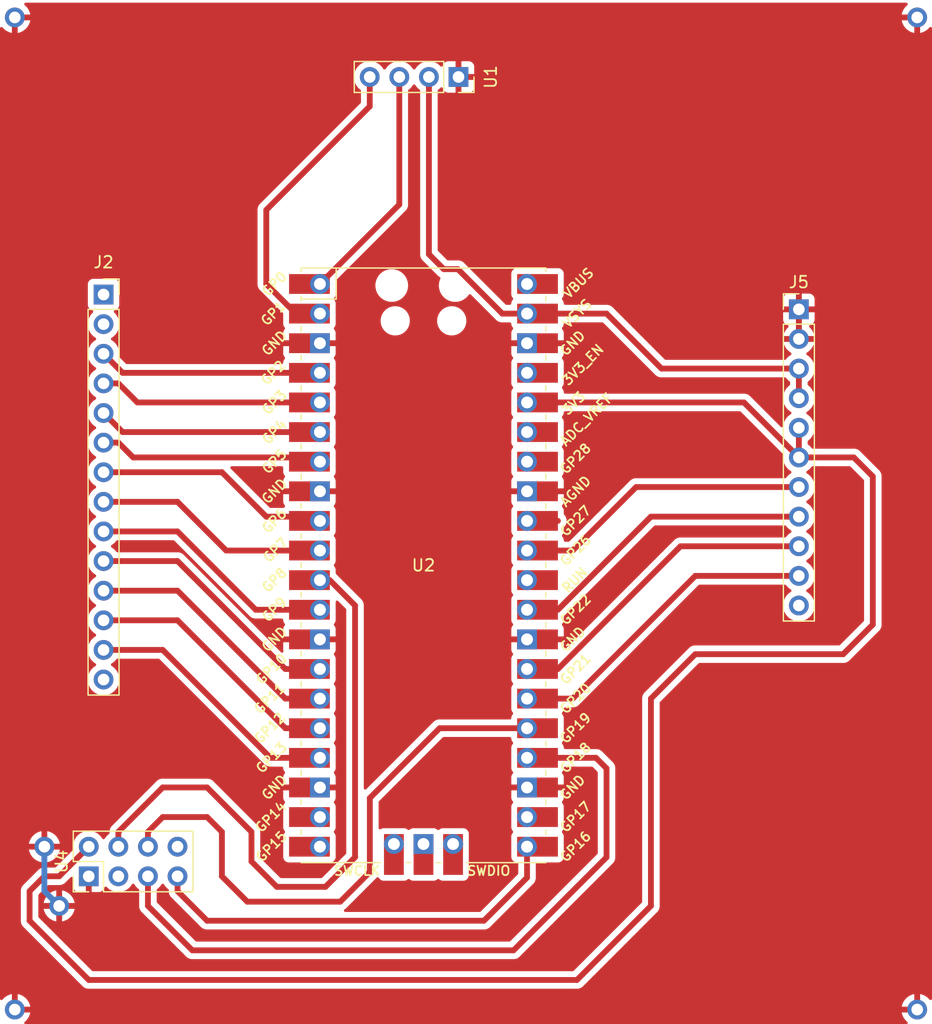
<source format=kicad_pcb>
(kicad_pcb (version 20221018) (generator pcbnew)
  (layers (0 "F.Cu" signal) (31 "B.Cu" signal) (34 "B.Paste" user) (35 "F.Paste" user) (36 "B.SilkS" user "B.Silkscreen") (37 "F.SilkS" user "F.Silkscreen") (38 "B.Mask" user) (39 "F.Mask" user) (44 "Edge.Cuts" user))
  (net 0 "")
  (net 1 "GND")
  (net 8 "/3.3V")
  (net 9 "/Rasberry Pico/VBUS")
  (net 10 "/SDA")
  (net 11 "/vcc")
  (net 12 "/GPIO2")
  (net 13 "/GPIO3")
  (net 14 "/GPIO4")
  (net 15 "/GPIO5")
  (net 16 "/GPIO9")
  (net 17 "/GPIO7")
  (net 18 "/GPIO6")
  (net 19 "/GPIO10")
  (net 20 "/GPIO11")
  (net 21 "/GPIO12")
  (net 22 "/GPIO13")
  (net 23 "/GPIO14")
  (net 24 "/GPIO15")
  (net 25 "/GPIO17")
  (net 26 "/GPIO20")
  (net 27 "/GPIO21")
  (net 28 "/GPIO22")
  (net 29 "/GPIO26")
  (net 30 "/DHT11")
  (net 31 "/PIR")
  (net 32 "/NSS")
  (net 33 "/MISO")
  (net 34 "/SCK")
  (net 35 "/MOSI")
  (net 36 "/Pines Extra/16")
  (net 37 "/Pines Extra/14")
  (net 38 "/SCL")
  (net 39 "/Modulo RX/RST")
  (net 40 "/Modulo RX/DIO0")
  (net 41 "/Pines Extra/1")
  (net 42 "/Pines Extra/2")
  (footprint "" (layer "F.Cu") (at 111.76 26.67)
    (fp_text reference "" (at 0 0) (layer "F.SilkS") (effects (font (size 1.27 1.27))))
    (fp_text value "" (at 0 0) (layer "F.SilkS") (effects (font (size 1.27 1.27))))
    (pad "6" thru_hole oval (at 0 0) (size 1.7 1.7) (drill 1) (layers "*.Cu" "*.Mask") (net 1 "GND"))
  )
  (footprint "" (layer "F.Cu") (at 36.83 97.79)
    (fp_text reference "" (at 0 0) (layer "F.SilkS") (effects (font (size 1.27 1.27))))
    (fp_text value "" (at 0 0) (layer "F.SilkS") (effects (font (size 1.27 1.27))))
    (pad "6" thru_hole oval (at 0 0) (size 1.7 1.7) (drill 1) (layers "*.Cu" "*.Mask") (net 1 "GND"))
  )
  (footprint "MCU_RaspberryPi_and_Boards:RPi_Pico_SMD_TH" (layer "F.Cu") (at 69.375 73.66)
    (fp_text reference "U2" (at 0 0) (layer "F.SilkS"))
    (fp_text value "Pico")
    (fp_text user "GP18" (at 13.054 16.51 45) (layer "F.SilkS") (effects (font (size 0.8 0.8))))
    (fp_text user "GP11" (at -13.2 11.43 45) (layer "F.SilkS") (effects (font (size 0.8 0.8))))
    (fp_text user "AGND" (at 13.054 -6.35 45) (layer "F.SilkS") (effects (font (size 0.8 0.8))))
    (fp_text user "GND" (at 12.8 19.05 45) (layer "F.SilkS") (effects (font (size 0.8 0.8))))
    (fp_text user "GP6" (at -12.8 -3.81 45) (layer "F.SilkS") (effects (font (size 0.8 0.8))))
    (fp_text user "GP20" (at 13.054 11.43 45) (layer "F.SilkS") (effects (font (size 0.8 0.8))))
    (fp_text user "VBUS" (at 13.3 -24.2 45) (layer "F.SilkS") (effects (font (size 0.8 0.8))))
    (fp_text user "GP21" (at 13.054 8.9 45) (layer "F.SilkS") (effects (font (size 0.8 0.8))))
    (fp_text user "GP7" (at -12.7 -1.3 45) (layer "F.SilkS") (effects (font (size 0.8 0.8))))
    (fp_text user "GP0" (at -12.8 -24.13 45) (layer "F.SilkS") (effects (font (size 0.8 0.8))))
    (fp_text user "GND" (at -12.8 6.35 45) (layer "F.SilkS") (effects (font (size 0.8 0.8))))
    (fp_text user "GP2" (at -12.9 -16.51 45) (layer "F.SilkS") (effects (font (size 0.8 0.8))))
    (fp_text user "GND" (at -12.8 -19.05 45) (layer "F.SilkS") (effects (font (size 0.8 0.8))))
    (fp_text user "GP13" (at -13.054 16.51 45) (layer "F.SilkS") (effects (font (size 0.8 0.8))))
    (fp_text user "GP1" (at -12.9 -21.6 45) (layer "F.SilkS") (effects (font (size 0.8 0.8))))
    (fp_text user "SWDIO" (at 5.6 26.2) (layer "F.SilkS") (effects (font (size 0.8 0.8))))
    (fp_text user "GP27" (at 13.054 -3.8 45) (layer "F.SilkS") (effects (font (size 0.8 0.8))))
    (fp_text user "GND" (at 12.8 6.35 45) (layer "F.SilkS") (effects (font (size 0.8 0.8))))
    (fp_text user "GP3" (at -12.8 -13.97 45) (layer "F.SilkS") (effects (font (size 0.8 0.8))))
    (fp_text user "GP19" (at 13.054 13.97 45) (layer "F.SilkS") (effects (font (size 0.8 0.8))))
    (fp_text user "GP28" (at 13.054 -9.144 45) (layer "F.SilkS") (effects (font (size 0.8 0.8))))
    (fp_text user "RUN" (at 13 1.27 45) (layer "F.SilkS") (effects (font (size 0.8 0.8))))
    (fp_text user "SWCLK" (at -5.7 26.2) (layer "F.SilkS") (effects (font (size 0.8 0.8))))
    (fp_text user "3V3_EN" (at 13.7 -17.2 45) (layer "F.SilkS") (effects (font (size 0.8 0.8))))
    (fp_text user "GP9" (at -12.8 3.81 45) (layer "F.SilkS") (effects (font (size 0.8 0.8))))
    (fp_text user "GP22" (at 13.054 3.81 45) (layer "F.SilkS") (effects (font (size 0.8 0.8))))
    (fp_text user "3V3" (at 12.9 -13.9 45) (layer "F.SilkS") (effects (font (size 0.8 0.8))))
    (fp_text user "GP16" (at 13.054 24.13 45) (layer "F.SilkS") (effects (font (size 0.8 0.8))))
    (fp_text user "GP8" (at -12.8 1.27 45) (layer "F.SilkS") (effects (font (size 0.8 0.8))))
    (fp_text user "VSYS" (at 13.2 -21.59 45) (layer "F.SilkS") (effects (font (size 0.8 0.8))))
    (fp_text user "GP15" (at -13.054 24.13 45) (layer "F.SilkS") (effects (font (size 0.8 0.8))))
    (fp_text user "GND" (at -12.8 19.05 45) (layer "F.SilkS") (effects (font (size 0.8 0.8))))
    (fp_text user "GP10" (at -13.054 8.89 45) (layer "F.SilkS") (effects (font (size 0.8 0.8))))
    (fp_text user "GND" (at 12.8 -19.05 45) (layer "F.SilkS") (effects (font (size 0.8 0.8))))
    (fp_text user "GP14" (at -13.1 21.59 45) (layer "F.SilkS") (effects (font (size 0.8 0.8))))
    (fp_text user "GP5" (at -12.8 -8.89 45) (layer "F.SilkS") (effects (font (size 0.8 0.8))))
    (fp_text user "GP12" (at -13.2 13.97 45) (layer "F.SilkS") (effects (font (size 0.8 0.8))))
    (fp_text user "ADC_VREF" (at 14 -12.5 45) (layer "F.SilkS") (effects (font (size 0.8 0.8))))
    (fp_text user "GND" (at -12.8 -6.35 45) (layer "F.SilkS") (effects (font (size 0.8 0.8))))
    (fp_text user "GP17" (at 13.054 21.59 45) (layer "F.SilkS") (effects (font (size 0.8 0.8))))
    (fp_text user "GP26" (at 13.054 -1.27 45) (layer "F.SilkS") (effects (font (size 0.8 0.8))))
    (fp_text user "GP4" (at -12.8 -11.43 45) (layer "F.SilkS") (effects (font (size 0.8 0.8))))
    (fp_line (start -10.5 -25.5) (end -10.5 -25.2) (stroke (width 0.12)) (layer "F.SilkS"))
    (fp_line (start -10.5 -25.5) (end 10.5 -25.5) (stroke (width 0.12)) (layer "F.SilkS"))
    (fp_line (start -10.5 -23.1) (end -10.5 -22.7) (stroke (width 0.12)) (layer "F.SilkS"))
    (fp_line (start -10.5 -22.833) (end -7.493 -22.833) (stroke (width 0.12)) (layer "F.SilkS"))
    (fp_line (start -10.5 -20.5) (end -10.5 -20.1) (stroke (width 0.12)) (layer "F.SilkS"))
    (fp_line (start -10.5 -18) (end -10.5 -17.6) (stroke (width 0.12)) (layer "F.SilkS"))
    (fp_line (start -10.5 -15.4) (end -10.5 -15) (stroke (width 0.12)) (layer "F.SilkS"))
    (fp_line (start -10.5 -12.9) (end -10.5 -12.5) (stroke (width 0.12)) (layer "F.SilkS"))
    (fp_line (start -10.5 -10.4) (end -10.5 -10) (stroke (width 0.12)) (layer "F.SilkS"))
    (fp_line (start -10.5 -7.8) (end -10.5 -7.4) (stroke (width 0.12)) (layer "F.SilkS"))
    (fp_line (start -10.5 -5.3) (end -10.5 -4.9) (stroke (width 0.12)) (layer "F.SilkS"))
    (fp_line (start -10.5 -2.7) (end -10.5 -2.3) (stroke (width 0.12)) (layer "F.SilkS"))
    (fp_line (start -10.5 -0.2) (end -10.5 0.2) (stroke (width 0.12)) (layer "F.SilkS"))
    (fp_line (start -10.5 2.3) (end -10.5 2.7) (stroke (width 0.12)) (layer "F.SilkS"))
    (fp_line (start -10.5 4.9) (end -10.5 5.3) (stroke (width 0.12)) (layer "F.SilkS"))
    (fp_line (start -10.5 7.4) (end -10.5 7.8) (stroke (width 0.12)) (layer "F.SilkS"))
    (fp_line (start -10.5 10) (end -10.5 10.4) (stroke (width 0.12)) (layer "F.SilkS"))
    (fp_line (start -10.5 12.5) (end -10.5 12.9) (stroke (width 0.12)) (layer "F.SilkS"))
    (fp_line (start -10.5 15.1) (end -10.5 15.5) (stroke (width 0.12)) (layer "F.SilkS"))
    (fp_line (start -10.5 17.6) (end -10.5 18) (stroke (width 0.12)) (layer "F.SilkS"))
    (fp_line (start -10.5 20.1) (end -10.5 20.5) (stroke (width 0.12)) (layer "F.SilkS"))
    (fp_line (start -10.5 22.7) (end -10.5 23.1) (stroke (width 0.12)) (layer "F.SilkS"))
    (fp_line (start -7.493 -22.833) (end -7.493 -25.5) (stroke (width 0.12)) (layer "F.SilkS"))
    (fp_line (start -3.7 25.5) (end -10.5 25.5) (stroke (width 0.12)) (layer "F.SilkS"))
    (fp_line (start -1.5 25.5) (end -1.1 25.5) (stroke (width 0.12)) (layer "F.SilkS"))
    (fp_line (start 1.1 25.5) (end 1.5 25.5) (stroke (width 0.12)) (layer "F.SilkS"))
    (fp_line (start 10.5 -25.5) (end 10.5 -25.2) (stroke (width 0.12)) (layer "F.SilkS"))
    (fp_line (start 10.5 -23.1) (end 10.5 -22.7) (stroke (width 0.12)) (layer "F.SilkS"))
    (fp_line (start 10.5 -20.5) (end 10.5 -20.1) (stroke (width 0.12)) (layer "F.SilkS"))
    (fp_line (start 10.5 -18) (end 10.5 -17.6) (stroke (width 0.12)) (layer "F.SilkS"))
    (fp_line (start 10.5 -15.4) (end 10.5 -15) (stroke (width 0.12)) (layer "F.SilkS"))
    (fp_line (start 10.5 -12.9) (end 10.5 -12.5) (stroke (width 0.12)) (layer "F.SilkS"))
    (fp_line (start 10.5 -10.4) (end 10.5 -10) (stroke (width 0.12)) (layer "F.SilkS"))
    (fp_line (start 10.5 -7.8) (end 10.5 -7.4) (stroke (width 0.12)) (layer "F.SilkS"))
    (fp_line (start 10.5 -5.3) (end 10.5 -4.9) (stroke (width 0.12)) (layer "F.SilkS"))
    (fp_line (start 10.5 -2.7) (end 10.5 -2.3) (stroke (width 0.12)) (layer "F.SilkS"))
    (fp_line (start 10.5 -0.2) (end 10.5 0.2) (stroke (width 0.12)) (layer "F.SilkS"))
    (fp_line (start 10.5 2.3) (end 10.5 2.7) (stroke (width 0.12)) (layer "F.SilkS"))
    (fp_line (start 10.5 4.9) (end 10.5 5.3) (stroke (width 0.12)) (layer "F.SilkS"))
    (fp_line (start 10.5 7.4) (end 10.5 7.8) (stroke (width 0.12)) (layer "F.SilkS"))
    (fp_line (start 10.5 10) (end 10.5 10.4) (stroke (width 0.12)) (layer "F.SilkS"))
    (fp_line (start 10.5 12.5) (end 10.5 12.9) (stroke (width 0.12)) (layer "F.SilkS"))
    (fp_line (start 10.5 15.1) (end 10.5 15.5) (stroke (width 0.12)) (layer "F.SilkS"))
    (fp_line (start 10.5 17.6) (end 10.5 18) (stroke (width 0.12)) (layer "F.SilkS"))
    (fp_line (start 10.5 20.1) (end 10.5 20.5) (stroke (width 0.12)) (layer "F.SilkS"))
    (fp_line (start 10.5 22.7) (end 10.5 23.1) (stroke (width 0.12)) (layer "F.SilkS"))
    (fp_line (start 10.5 25.5) (end 3.7 25.5) (stroke (width 0.12)) (layer "F.SilkS"))
    (pad "" np_thru_hole oval (at -2.725 -24) (size 1.8 1.8) (drill 1.8) (layers "*.Cu" "*.Mask"))
    (pad "" np_thru_hole oval (at -2.425 -20.97) (size 1.5 1.5) (drill 1.5) (layers "*.Cu" "*.Mask"))
    (pad "" np_thru_hole oval (at 2.425 -20.97) (size 1.5 1.5) (drill 1.5) (layers "*.Cu" "*.Mask"))
    (pad "" np_thru_hole oval (at 2.725 -24) (size 1.8 1.8) (drill 1.8) (layers "*.Cu" "*.Mask"))
    (pad "1" thru_hole oval (at -8.89 -24.13) (size 1.7 1.7) (drill 1.02) (layers "*.Cu" "*.Mask") (net 10 "/SDA"))
    (pad "1" smd rect (at -8.89 -24.13) (size 3.5 1.7) (drill (offset -0.9 0)) (layers "F.Cu" "F.Mask") (net 10 "/SDA"))
    (pad "2" thru_hole oval (at -8.89 -21.59) (size 1.7 1.7) (drill 1.02) (layers "*.Cu" "*.Mask") (net 38 "/SCL"))
    (pad "2" smd rect (at -8.89 -21.59) (size 3.5 1.7) (drill (offset -0.9 0)) (layers "F.Cu" "F.Mask") (net 38 "/SCL"))
    (pad "3" thru_hole rect (at -8.89 -19.05) (size 1.7 1.7) (drill 1.02) (layers "*.Cu" "*.Mask") (net 1 "GND"))
    (pad "3" smd rect (at -8.89 -19.05) (size 3.5 1.7) (drill (offset -0.9 0)) (layers "F.Cu" "F.Mask") (net 1 "GND"))
    (pad "4" thru_hole oval (at -8.89 -16.51) (size 1.7 1.7) (drill 1.02) (layers "*.Cu" "*.Mask") (net 12 "/GPIO2"))
    (pad "4" smd rect (at -8.89 -16.51) (size 3.5 1.7) (drill (offset -0.9 0)) (layers "F.Cu" "F.Mask") (net 12 "/GPIO2"))
    (pad "5" thru_hole oval (at -8.89 -13.97) (size 1.7 1.7) (drill 1.02) (layers "*.Cu" "*.Mask") (net 13 "/GPIO3"))
    (pad "5" smd rect (at -8.89 -13.97) (size 3.5 1.7) (drill (offset -0.9 0)) (layers "F.Cu" "F.Mask") (net 13 "/GPIO3"))
    (pad "6" thru_hole oval (at -8.89 -11.43) (size 1.7 1.7) (drill 1.02) (layers "*.Cu" "*.Mask") (net 14 "/GPIO4"))
    (pad "6" smd rect (at -8.89 -11.43) (size 3.5 1.7) (drill (offset -0.9 0)) (layers "F.Cu" "F.Mask") (net 14 "/GPIO4"))
    (pad "7" thru_hole oval (at -8.89 -8.89) (size 1.7 1.7) (drill 1.02) (layers "*.Cu" "*.Mask") (net 15 "/GPIO5"))
    (pad "7" smd rect (at -8.89 -8.89) (size 3.5 1.7) (drill (offset -0.9 0)) (layers "F.Cu" "F.Mask") (net 15 "/GPIO5"))
    (pad "8" thru_hole rect (at -8.89 -6.35) (size 1.7 1.7) (drill 1.02) (layers "*.Cu" "*.Mask") (net 1 "GND"))
    (pad "8" smd rect (at -8.89 -6.35) (size 3.5 1.7) (drill (offset -0.9 0)) (layers "F.Cu" "F.Mask") (net 1 "GND"))
    (pad "9" thru_hole oval (at -8.89 -3.81) (size 1.7 1.7) (drill 1.02) (layers "*.Cu" "*.Mask") (net 18 "/GPIO6"))
    (pad "9" smd rect (at -8.89 -3.81) (size 3.5 1.7) (drill (offset -0.9 0)) (layers "F.Cu" "F.Mask") (net 18 "/GPIO6"))
    (pad "10" thru_hole oval (at -8.89 -1.27) (size 1.7 1.7) (drill 1.02) (layers "*.Cu" "*.Mask") (net 17 "/GPIO7"))
    (pad "10" smd rect (at -8.89 -1.27) (size 3.5 1.7) (drill (offset -0.9 0)) (layers "F.Cu" "F.Mask") (net 17 "/GPIO7"))
    (pad "11" thru_hole oval (at -8.89 1.27) (size 1.7 1.7) (drill 1.02) (layers "*.Cu" "*.Mask") (net 32 "/NSS"))
    (pad "11" smd rect (at -8.89 1.27) (size 3.5 1.7) (drill (offset -0.9 0)) (layers "F.Cu" "F.Mask") (net 32 "/NSS"))
    (pad "12" thru_hole oval (at -8.89 3.81) (size 1.7 1.7) (drill 1.02) (layers "*.Cu" "*.Mask") (net 16 "/GPIO9"))
    (pad "12" smd rect (at -8.89 3.81) (size 3.5 1.7) (drill (offset -0.9 0)) (layers "F.Cu" "F.Mask") (net 16 "/GPIO9"))
    (pad "13" thru_hole rect (at -8.89 6.35) (size 1.7 1.7) (drill 1.02) (layers "*.Cu" "*.Mask") (net 1 "GND"))
    (pad "13" smd rect (at -8.89 6.35) (size 3.5 1.7) (drill (offset -0.9 0)) (layers "F.Cu" "F.Mask") (net 1 "GND"))
    (pad "14" thru_hole oval (at -8.89 8.89) (size 1.7 1.7) (drill 1.02) (layers "*.Cu" "*.Mask") (net 19 "/GPIO10"))
    (pad "14" smd rect (at -8.89 8.89) (size 3.5 1.7) (drill (offset -0.9 0)) (layers "F.Cu" "F.Mask") (net 19 "/GPIO10"))
    (pad "15" thru_hole oval (at -8.89 11.43) (size 1.7 1.7) (drill 1.02) (layers "*.Cu" "*.Mask") (net 20 "/GPIO11"))
    (pad "15" smd rect (at -8.89 11.43) (size 3.5 1.7) (drill (offset -0.9 0)) (layers "F.Cu" "F.Mask") (net 20 "/GPIO11"))
    (pad "16" thru_hole oval (at -8.89 13.97) (size 1.7 1.7) (drill 1.02) (layers "*.Cu" "*.Mask") (net 21 "/GPIO12"))
    (pad "16" smd rect (at -8.89 13.97) (size 3.5 1.7) (drill (offset -0.9 0)) (layers "F.Cu" "F.Mask") (net 21 "/GPIO12"))
    (pad "17" thru_hole oval (at -8.89 16.51) (size 1.7 1.7) (drill 1.02) (layers "*.Cu" "*.Mask") (net 22 "/GPIO13"))
    (pad "17" smd rect (at -8.89 16.51) (size 3.5 1.7) (drill (offset -0.9 0)) (layers "F.Cu" "F.Mask") (net 22 "/GPIO13"))
    (pad "18" thru_hole rect (at -8.89 19.05) (size 1.7 1.7) (drill 1.02) (layers "*.Cu" "*.Mask") (net 1 "GND"))
    (pad "18" smd rect (at -8.89 19.05) (size 3.5 1.7) (drill (offset -0.9 0)) (layers "F.Cu" "F.Mask") (net 1 "GND"))
    (pad "19" thru_hole oval (at -8.89 21.59) (size 1.7 1.7) (drill 1.02) (layers "*.Cu" "*.Mask") (net 23 "/GPIO14"))
    (pad "19" smd rect (at -8.89 21.59) (size 3.5 1.7) (drill (offset -0.9 0)) (layers "F.Cu" "F.Mask") (net 23 "/GPIO14"))
    (pad "20" thru_hole oval (at -8.89 24.13) (size 1.7 1.7) (drill 1.02) (layers "*.Cu" "*.Mask") (net 24 "/GPIO15"))
    (pad "20" smd rect (at -8.89 24.13) (size 3.5 1.7) (drill (offset -0.9 0)) (layers "F.Cu" "F.Mask") (net 24 "/GPIO15"))
    (pad "21" thru_hole oval (at 8.89 24.13) (size 1.7 1.7) (drill 1.02) (layers "*.Cu" "*.Mask") (net 33 "/MISO"))
    (pad "21" smd rect (at 8.89 24.13) (size 3.5 1.7) (drill (offset 0.9 0)) (layers "F.Cu" "F.Mask") (net 33 "/MISO"))
    (pad "22" thru_hole oval (at 8.89 21.59) (size 1.7 1.7) (drill 1.02) (layers "*.Cu" "*.Mask") (net 25 "/GPIO17"))
    (pad "22" smd rect (at 8.89 21.59) (size 3.5 1.7) (drill (offset 0.9 0)) (layers "F.Cu" "F.Mask") (net 25 "/GPIO17"))
    (pad "23" thru_hole rect (at 8.89 19.05) (size 1.7 1.7) (drill 1.02) (layers "*.Cu" "*.Mask") (net 1 "GND"))
    (pad "23" smd rect (at 8.89 19.05) (size 3.5 1.7) (drill (offset 0.9 0)) (layers "F.Cu" "F.Mask") (net 1 "GND"))
    (pad "24" thru_hole oval (at 8.89 16.51) (size 1.7 1.7) (drill 1.02) (layers "*.Cu" "*.Mask") (net 34 "/SCK"))
    (pad "24" smd rect (at 8.89 16.51) (size 3.5 1.7) (drill (offset 0.9 0)) (layers "F.Cu" "F.Mask") (net 34 "/SCK"))
    (pad "25" thru_hole oval (at 8.89 13.97) (size 1.7 1.7) (drill 1.02) (layers "*.Cu" "*.Mask") (net 35 "/MOSI"))
    (pad "25" smd rect (at 8.89 13.97) (size 3.5 1.7) (drill (offset 0.9 0)) (layers "F.Cu" "F.Mask") (net 35 "/MOSI"))
    (pad "26" thru_hole oval (at 8.89 11.43) (size 1.7 1.7) (drill 1.02) (layers "*.Cu" "*.Mask") (net 26 "/GPIO20"))
    (pad "26" smd rect (at 8.89 11.43) (size 3.5 1.7) (drill (offset 0.9 0)) (layers "F.Cu" "F.Mask") (net 26 "/GPIO20"))
    (pad "27" thru_hole oval (at 8.89 8.89) (size 1.7 1.7) (drill 1.02) (layers "*.Cu" "*.Mask") (net 27 "/GPIO21"))
    (pad "27" smd rect (at 8.89 8.89) (size 3.5 1.7) (drill (offset 0.9 0)) (layers "F.Cu" "F.Mask") (net 27 "/GPIO21"))
    (pad "28" thru_hole rect (at 8.89 6.35) (size 1.7 1.7) (drill 1.02) (layers "*.Cu" "*.Mask") (net 1 "GND"))
    (pad "28" smd rect (at 8.89 6.35) (size 3.5 1.7) (drill (offset 0.9 0)) (layers "F.Cu" "F.Mask") (net 1 "GND"))
    (pad "29" thru_hole oval (at 8.89 3.81) (size 1.7 1.7) (drill 1.02) (layers "*.Cu" "*.Mask") (net 28 "/GPIO22"))
    (pad "29" smd rect (at 8.89 3.81) (size 3.5 1.7) (drill (offset 0.9 0)) (layers "F.Cu" "F.Mask") (net 28 "/GPIO22"))
    (pad "30" thru_hole oval (at 8.89 1.27) (size 1.7 1.7) (drill 1.02) (layers "*.Cu" "*.Mask"))
    (pad "30" smd rect (at 8.89 1.27) (size 3.5 1.7) (drill (offset 0.9 0)) (layers "F.Cu" "F.Mask"))
    (pad "31" thru_hole oval (at 8.89 -1.27) (size 1.7 1.7) (drill 1.02) (layers "*.Cu" "*.Mask") (net 29 "/GPIO26"))
    (pad "31" smd rect (at 8.89 -1.27) (size 3.5 1.7) (drill (offset 0.9 0)) (layers "F.Cu" "F.Mask") (net 29 "/GPIO26"))
    (pad "32" thru_hole oval (at 8.89 -3.81) (size 1.7 1.7) (drill 1.02) (layers "*.Cu" "*.Mask") (net 31 "/PIR"))
    (pad "32" smd rect (at 8.89 -3.81) (size 3.5 1.7) (drill (offset 0.9 0)) (layers "F.Cu" "F.Mask") (net 31 "/PIR"))
    (pad "33" thru_hole rect (at 8.89 -6.35) (size 1.7 1.7) (drill 1.02) (layers "*.Cu" "*.Mask") (net 1 "GND"))
    (pad "33" smd rect (at 8.89 -6.35) (size 3.5 1.7) (drill (offset 0.9 0)) (layers "F.Cu" "F.Mask") (net 1 "GND"))
    (pad "34" thru_hole oval (at 8.89 -8.89) (size 1.7 1.7) (drill 1.02) (layers "*.Cu" "*.Mask") (net 30 "/DHT11"))
    (pad "34" smd rect (at 8.89 -8.89) (size 3.5 1.7) (drill (offset 0.9 0)) (layers "F.Cu" "F.Mask") (net 30 "/DHT11"))
    (pad "35" thru_hole oval (at 8.89 -11.43) (size 1.7 1.7) (drill 1.02) (layers "*.Cu" "*.Mask"))
    (pad "35" smd rect (at 8.89 -11.43) (size 3.5 1.7) (drill (offset 0.9 0)) (layers "F.Cu" "F.Mask"))
    (pad "36" thru_hole oval (at 8.89 -13.97) (size 1.7 1.7) (drill 1.02) (layers "*.Cu" "*.Mask") (net 8 "/3.3V"))
    (pad "36" smd rect (at 8.89 -13.97) (size 3.5 1.7) (drill (offset 0.9 0)) (layers "F.Cu" "F.Mask") (net 8 "/3.3V"))
    (pad "37" thru_hole oval (at 8.89 -16.51) (size 1.7 1.7) (drill 1.02) (layers "*.Cu" "*.Mask"))
    (pad "37" smd rect (at 8.89 -16.51) (size 3.5 1.7) (drill (offset 0.9 0)) (layers "F.Cu" "F.Mask"))
    (pad "38" thru_hole rect (at 8.89 -19.05) (size 1.7 1.7) (drill 1.02) (layers "*.Cu" "*.Mask") (net 1 "GND"))
    (pad "38" smd rect (at 8.89 -19.05) (size 3.5 1.7) (drill (offset 0.9 0)) (layers "F.Cu" "F.Mask") (net 1 "GND"))
    (pad "39" thru_hole oval (at 8.89 -21.59) (size 1.7 1.7) (drill 1.02) (layers "*.Cu" "*.Mask") (net 11 "/vcc"))
    (pad "39" smd rect (at 8.89 -21.59) (size 3.5 1.7) (drill (offset 0.9 0)) (layers "F.Cu" "F.Mask") (net 11 "/vcc"))
    (pad "40" thru_hole oval (at 8.89 -24.13) (size 1.7 1.7) (drill 1.02) (layers "*.Cu" "*.Mask") (net 9 "/Rasberry Pico/VBUS"))
    (pad "40" smd rect (at 8.89 -24.13) (size 3.5 1.7) (drill (offset 0.9 0)) (layers "F.Cu" "F.Mask") (net 9 "/Rasberry Pico/VBUS"))
    (pad "41" thru_hole oval (at -2.54 23.9) (size 1.7 1.7) (drill 1.02) (layers "*.Cu" "*.Mask"))
    (pad "41" smd rect (at -2.54 23.9 90) (size 3.5 1.7) (drill (offset -0.9 0)) (layers "F.Cu" "F.Mask"))
    (pad "42" thru_hole rect (at 0 23.9) (size 1.7 1.7) (drill 1.02) (layers "*.Cu" "*.Mask"))
    (pad "42" smd rect (at 0 23.9 90) (size 3.5 1.7) (drill (offset -0.9 0)) (layers "F.Cu" "F.Mask"))
    (pad "43" thru_hole oval (at 2.54 23.9) (size 1.7 1.7) (drill 1.02) (layers "*.Cu" "*.Mask"))
    (pad "43" smd rect (at 2.54 23.9 90) (size 3.5 1.7) (drill (offset -0.9 0)) (layers "F.Cu" "F.Mask"))
  )
  (footprint "" (layer "F.Cu") (at 34.29 26.67)
    (fp_text reference "" (at 0 0) (layer "F.SilkS") (effects (font (size 1.27 1.27))))
    (fp_text value "" (at 0 0) (layer "F.SilkS") (effects (font (size 1.27 1.27))))
    (pad "6" thru_hole oval (at 0 0) (size 1.7 1.7) (drill 1) (layers "*.Cu" "*.Mask") (net 1 "GND"))
  )
  (footprint "" (layer "F.Cu") (at 38.1 102.87)
    (fp_text reference "" (at 0 0) (layer "F.SilkS") (effects (font (size 1.27 1.27))))
    (fp_text value "" (at 0 0) (layer "F.SilkS") (effects (font (size 1.27 1.27))))
    (pad "6" thru_hole oval (at 0 0) (size 1.7 1.7) (drill 1) (layers "*.Cu" "*.Mask") (net 1 "GND"))
  )
  (footprint "Connector_PinHeader_2.54mm:PinHeader_2x04_P2.54mm_Vertical" (layer "F.Cu") (at 40.64 100.33 90)
    (fp_text reference "U4" (at 1.27 -2.33 90) (layer "F.SilkS"))
    (fp_text value "RA-02_LORA_mod_V4.0")
    (fp_line (start -1.33 -1.33) (end 0 -1.33) (stroke (width 0.12)) (layer "F.SilkS"))
    (fp_line (start -1.33 0) (end -1.33 -1.33) (stroke (width 0.12)) (layer "F.SilkS"))
    (fp_line (start -1.33 1.27) (end -1.33 8.95) (stroke (width 0.12)) (layer "F.SilkS"))
    (fp_line (start -1.33 1.27) (end 1.27 1.27) (stroke (width 0.12)) (layer "F.SilkS"))
    (fp_line (start -1.33 8.95) (end 3.87 8.95) (stroke (width 0.12)) (layer "F.SilkS"))
    (fp_line (start 1.27 -1.33) (end 3.87 -1.33) (stroke (width 0.12)) (layer "F.SilkS"))
    (fp_line (start 1.27 1.27) (end 1.27 -1.33) (stroke (width 0.12)) (layer "F.SilkS"))
    (fp_line (start 3.87 -1.33) (end 3.87 8.95) (stroke (width 0.12)) (layer "F.SilkS"))
    (pad "1" thru_hole rect (at 0 0 90) (size 1.7 1.7) (drill 1) (layers "*.Cu" "*.Mask") (net 1 "GND"))
    (pad "2" thru_hole oval (at 2.54 0 90) (size 1.7 1.7) (drill 1) (layers "*.Cu" "*.Mask") (net 8 "/3.3V"))
    (pad "3" thru_hole oval (at 0 2.54 90) (size 1.7 1.7) (drill 1) (layers "*.Cu" "*.Mask") (net 39 "/Modulo RX/RST"))
    (pad "4" thru_hole oval (at 2.54 2.54 90) (size 1.7 1.7) (drill 1) (layers "*.Cu" "*.Mask") (net 32 "/NSS"))
    (pad "5" thru_hole oval (at 0 5.08 90) (size 1.7 1.7) (drill 1) (layers "*.Cu" "*.Mask") (net 34 "/SCK"))
    (pad "6" thru_hole oval (at 2.54 5.08 90) (size 1.7 1.7) (drill 1) (layers "*.Cu" "*.Mask") (net 35 "/MOSI"))
    (pad "7" thru_hole oval (at 0 7.62 90) (size 1.7 1.7) (drill 1) (layers "*.Cu" "*.Mask") (net 33 "/MISO"))
    (pad "8" thru_hole oval (at 2.54 7.62 90) (size 1.7 1.7) (drill 1) (layers "*.Cu" "*.Mask") (net 40 "/Modulo RX/DIO0"))
  )
  (footprint "Display_LCD_16X2_module:Conn_LCD_Driver_16X2_module" (layer "F.Cu") (at 72.38 31.775 -90)
    (fp_text reference "U1" (at 0 -2.77 90) (layer "F.SilkS"))
    (fp_text value "LCD-DRIVER-I2C")
    (fp_line (start -1.33 1.27) (end -1.33 8.95) (stroke (width 0.12)) (layer "F.SilkS"))
    (fp_line (start -1.33 1.27) (end 1.33 1.27) (stroke (width 0.12)) (layer "F.SilkS"))
    (fp_line (start -1.33 8.95) (end 1.33 8.95) (stroke (width 0.12)) (layer "F.SilkS"))
    (fp_line (start 0 -1.33) (end 1.33 -1.33) (stroke (width 0.12)) (layer "F.SilkS"))
    (fp_line (start 1.33 -1.33) (end 1.33 0) (stroke (width 0.12)) (layer "F.SilkS"))
    (fp_line (start 1.33 1.27) (end 1.33 8.95) (stroke (width 0.12)) (layer "F.SilkS"))
    (pad "1" thru_hole rect (at 0 0 270) (size 1.7 1.7) (drill 1) (layers "*.Cu" "*.Mask") (net 1 "GND"))
    (pad "2" thru_hole oval (at 0 2.54 270) (size 1.7 1.7) (drill 1) (layers "*.Cu" "*.Mask") (net 11 "/vcc"))
    (pad "3" thru_hole oval (at 0 5.08 270) (size 1.7 1.7) (drill 1) (layers "*.Cu" "*.Mask") (net 10 "/SDA"))
    (pad "4" thru_hole oval (at 0 7.62 270) (size 1.7 1.7) (drill 1) (layers "*.Cu" "*.Mask") (net 38 "/SCL"))
  )
  (footprint "Connector_PinSocket_2.54mm:PinSocket_1x14_P2.54mm_Vertical" (layer "F.Cu") (at 41.91 50.435)
    (fp_text reference "J2" (at 0 -2.77) (layer "F.SilkS"))
    (fp_text value "Conn_01x15")
    (fp_line (start -1.33 1.27) (end -1.33 34.35) (stroke (width 0.12)) (layer "F.SilkS"))
    (fp_line (start -1.33 1.27) (end 1.33 1.27) (stroke (width 0.12)) (layer "F.SilkS"))
    (fp_line (start -1.33 34.35) (end 1.33 34.35) (stroke (width 0.12)) (layer "F.SilkS"))
    (fp_line (start 0 -1.33) (end 1.33 -1.33) (stroke (width 0.12)) (layer "F.SilkS"))
    (fp_line (start 1.33 -1.33) (end 1.33 0) (stroke (width 0.12)) (layer "F.SilkS"))
    (fp_line (start 1.33 1.27) (end 1.33 34.35) (stroke (width 0.12)) (layer "F.SilkS"))
    (pad "1" thru_hole rect (at 0 0) (size 1.7 1.7) (drill 1) (layers "*.Cu" "*.Mask") (net 41 "/Pines Extra/1"))
    (pad "2" thru_hole oval (at 0 2.54) (size 1.7 1.7) (drill 1) (layers "*.Cu" "*.Mask") (net 42 "/Pines Extra/2"))
    (pad "3" thru_hole oval (at 0 5.08) (size 1.7 1.7) (drill 1) (layers "*.Cu" "*.Mask") (net 12 "/GPIO2"))
    (pad "4" thru_hole oval (at 0 7.62) (size 1.7 1.7) (drill 1) (layers "*.Cu" "*.Mask") (net 13 "/GPIO3"))
    (pad "5" thru_hole oval (at 0 10.16) (size 1.7 1.7) (drill 1) (layers "*.Cu" "*.Mask") (net 14 "/GPIO4"))
    (pad "6" thru_hole oval (at 0 12.7) (size 1.7 1.7) (drill 1) (layers "*.Cu" "*.Mask") (net 15 "/GPIO5"))
    (pad "7" thru_hole oval (at 0 15.24) (size 1.7 1.7) (drill 1) (layers "*.Cu" "*.Mask") (net 18 "/GPIO6"))
    (pad "8" thru_hole oval (at 0 17.78) (size 1.7 1.7) (drill 1) (layers "*.Cu" "*.Mask") (net 17 "/GPIO7"))
    (pad "9" thru_hole oval (at 0 20.32) (size 1.7 1.7) (drill 1) (layers "*.Cu" "*.Mask") (net 16 "/GPIO9"))
    (pad "10" thru_hole oval (at 0 22.86) (size 1.7 1.7) (drill 1) (layers "*.Cu" "*.Mask") (net 19 "/GPIO10"))
    (pad "11" thru_hole oval (at 0 25.4) (size 1.7 1.7) (drill 1) (layers "*.Cu" "*.Mask") (net 20 "/GPIO11"))
    (pad "12" thru_hole oval (at 0 27.94) (size 1.7 1.7) (drill 1) (layers "*.Cu" "*.Mask") (net 21 "/GPIO12"))
    (pad "13" thru_hole oval (at 0 30.48) (size 1.7 1.7) (drill 1) (layers "*.Cu" "*.Mask") (net 22 "/GPIO13"))
    (pad "14" thru_hole oval (at 0 33.02) (size 1.7 1.7) (drill 1) (layers "*.Cu" "*.Mask") (net 37 "/Pines Extra/14"))
  )
  (footprint "Connector_PinHeader_2.54mm:PinHeader_1x11_P2.54mm_Vertical" (layer "F.Cu") (at 101.6 51.705)
    (fp_text reference "J5" (at 0 -2.33) (layer "F.SilkS"))
    (fp_text value "Conn_01x11")
    (fp_line (start -1.33 -1.33) (end 0 -1.33) (stroke (width 0.12)) (layer "F.SilkS"))
    (fp_line (start -1.33 0) (end -1.33 -1.33) (stroke (width 0.12)) (layer "F.SilkS"))
    (fp_line (start -1.33 1.27) (end -1.33 26.73) (stroke (width 0.12)) (layer "F.SilkS"))
    (fp_line (start -1.33 1.27) (end 1.33 1.27) (stroke (width 0.12)) (layer "F.SilkS"))
    (fp_line (start -1.33 26.73) (end 1.33 26.73) (stroke (width 0.12)) (layer "F.SilkS"))
    (fp_line (start 1.33 1.27) (end 1.33 26.73) (stroke (width 0.12)) (layer "F.SilkS"))
    (pad "1" thru_hole rect (at 0 0) (size 1.7 1.7) (drill 1) (layers "*.Cu" "*.Mask") (net 1 "GND"))
    (pad "2" thru_hole oval (at 0 2.54) (size 1.7 1.7) (drill 1) (layers "*.Cu" "*.Mask") (net 1 "GND"))
    (pad "3" thru_hole oval (at 0 5.08) (size 1.7 1.7) (drill 1) (layers "*.Cu" "*.Mask") (net 11 "/vcc"))
    (pad "4" thru_hole oval (at 0 7.62) (size 1.7 1.7) (drill 1) (layers "*.Cu" "*.Mask") (net 11 "/vcc"))
    (pad "5" thru_hole oval (at 0 10.16) (size 1.7 1.7) (drill 1) (layers "*.Cu" "*.Mask") (net 8 "/3.3V"))
    (pad "6" thru_hole oval (at 0 12.7) (size 1.7 1.7) (drill 1) (layers "*.Cu" "*.Mask") (net 8 "/3.3V"))
    (pad "7" thru_hole oval (at 0 15.24) (size 1.7 1.7) (drill 1) (layers "*.Cu" "*.Mask") (net 29 "/GPIO26"))
    (pad "8" thru_hole oval (at 0 17.78) (size 1.7 1.7) (drill 1) (layers "*.Cu" "*.Mask") (net 28 "/GPIO22"))
    (pad "9" thru_hole oval (at 0 20.32) (size 1.7 1.7) (drill 1) (layers "*.Cu" "*.Mask") (net 27 "/GPIO21"))
    (pad "10" thru_hole oval (at 0 22.86) (size 1.7 1.7) (drill 1) (layers "*.Cu" "*.Mask") (net 26 "/GPIO20"))
    (pad "11" thru_hole oval (at 0 25.4) (size 1.7 1.7) (drill 1) (layers "*.Cu" "*.Mask") (net 36 "/Pines Extra/16"))
  )
  (footprint "" (layer "F.Cu") (at 34.29 111.76)
    (fp_text reference "" (at 0 0) (layer "F.SilkS") (effects (font (size 1.27 1.27))))
    (fp_text value "" (at 0 0) (layer "F.SilkS") (effects (font (size 1.27 1.27))))
    (pad "6" thru_hole oval (at 0 0) (size 1.7 1.7) (drill 1) (layers "*.Cu" "*.Mask") (net 1 "GND"))
  )
  (footprint "" (layer "F.Cu") (at 111.76 111.76)
    (fp_text reference "" (at 0 0) (layer "F.SilkS") (effects (font (size 1.27 1.27))))
    (fp_text value "" (at 0 0) (layer "F.SilkS") (effects (font (size 1.27 1.27))))
    (pad "6" thru_hole oval (at 0 0) (size 1.7 1.7) (drill 1) (layers "*.Cu" "*.Mask") (net 1 "GND"))
  )
  (segment (start 101.6 51.705) (end 101.6 54.245) (width 0.5) (layer "F.Cu") (net 1))
  (segment (start 36.83 101.6) (end 38.1 102.87) (width 0.5) (layer "B.Cu") (net 1))
  (segment (start 36.83 97.79) (end 36.83 101.6) (width 0.5) (layer "B.Cu") (net 1))
  (segment (start 88.9 85.09) (end 92.71 81.28) (width 0.5) (layer "F.Cu") (net 8))
  (segment (start 101.6 61.865) (end 101.6 64.405) (width 0.5) (layer "F.Cu") (net 8))
  (segment (start 38.1 100.33) (end 36.83 100.33) (width 0.5) (layer "F.Cu") (net 8))
  (segment (start 40.64 97.79) (end 38.1 100.33) (width 0.5) (layer "F.Cu") (net 8))
  (segment (start 88.9 102.87) (end 88.9 85.09) (width 0.5) (layer "F.Cu") (net 8))
  (segment (start 96.885 59.69) (end 78.265 59.69) (width 0.5) (layer "F.Cu") (net 8))
  (segment (start 107.95 66.04) (end 107.95 78.74) (width 0.5) (layer "F.Cu") (net 8))
  (segment (start 35.56 104.14) (end 40.64 109.22) (width 0.5) (layer "F.Cu") (net 8))
  (segment (start 101.6 64.405) (end 96.885 59.69) (width 0.5) (layer "F.Cu") (net 8))
  (segment (start 40.64 109.22) (end 82.55 109.22) (width 0.5) (layer "F.Cu") (net 8))
  (segment (start 82.55 109.22) (end 88.9 102.87) (width 0.5) (layer "F.Cu") (net 8))
  (segment (start 106.315 64.405) (end 107.95 66.04) (width 0.5) (layer "F.Cu") (net 8))
  (segment (start 35.56 101.6) (end 35.56 104.14) (width 0.5) (layer "F.Cu") (net 8))
  (segment (start 105.41 81.28) (end 107.95 78.74) (width 0.5) (layer "F.Cu") (net 8))
  (segment (start 92.71 81.28) (end 105.41 81.28) (width 0.5) (layer "F.Cu") (net 8))
  (segment (start 36.83 100.33) (end 35.56 101.6) (width 0.5) (layer "F.Cu") (net 8))
  (segment (start 78.63 59.325) (end 78.265 59.69) (width 0.5) (layer "F.Cu") (net 8))
  (segment (start 101.6 64.405) (end 106.315 64.405) (width 0.5) (layer "F.Cu") (net 8))
  (segment (start 67.3 42.715) (end 60.485 49.53) (width 0.5) (layer "F.Cu") (net 10))
  (segment (start 67.3 31.775) (end 67.3 42.715) (width 0.5) (layer "F.Cu") (net 10))
  (segment (start 72.326346 48.26) (end 76.136346 52.07) (width 0.5) (layer "F.Cu") (net 11))
  (segment (start 85.09 52.07) (end 89.805 56.785) (width 0.5) (layer "F.Cu") (net 11))
  (segment (start 101.6 56.785) (end 101.6 59.325) (width 0.5) (layer "F.Cu") (net 11))
  (segment (start 76.136346 52.07) (end 78.265 52.07) (width 0.5) (layer "F.Cu") (net 11))
  (segment (start 71.12 48.26) (end 72.326346 48.26) (width 0.5) (layer "F.Cu") (net 11))
  (segment (start 69.84 46.98) (end 71.12 48.26) (width 0.5) (layer "F.Cu") (net 11))
  (segment (start 69.84 31.775) (end 69.84 46.98) (width 0.5) (layer "F.Cu") (net 11))
  (segment (start 101.235 59.69) (end 101.6 59.325) (width 0.5) (layer "F.Cu") (net 11))
  (segment (start 89.805 56.785) (end 101.6 56.785) (width 0.5) (layer "F.Cu") (net 11))
  (segment (start 78.265 52.07) (end 85.09 52.07) (width 0.5) (layer "F.Cu") (net 11))
  (segment (start 60.485 57.15) (end 43.545 57.15) (width 0.5) (layer "F.Cu") (net 12))
  (segment (start 43.545 57.15) (end 41.91 55.515) (width 0.5) (layer "F.Cu") (net 12))
  (segment (start 43.18 58.055) (end 44.815 59.69) (width 0.5) (layer "F.Cu") (net 13))
  (segment (start 41.91 58.055) (end 43.18 58.055) (width 0.5) (layer "F.Cu") (net 13))
  (segment (start 44.815 59.69) (end 60.485 59.69) (width 0.5) (layer "F.Cu") (net 13))
  (segment (start 43.545 62.23) (end 41.91 60.595) (width 0.5) (layer "F.Cu") (net 14))
  (segment (start 60.485 62.23) (end 43.545 62.23) (width 0.5) (layer "F.Cu") (net 14))
  (segment (start 60.12 64.405) (end 60.485 64.77) (width 0.5) (layer "F.Cu") (net 15))
  (segment (start 41.91 63.135) (end 43.18 63.135) (width 0.5) (layer "F.Cu") (net 15))
  (segment (start 43.18 63.135) (end 44.45 64.405) (width 0.5) (layer "F.Cu") (net 15))
  (segment (start 44.45 64.405) (end 60.12 64.405) (width 0.5) (layer "F.Cu") (net 15))
  (segment (start 54.975 77.47) (end 60.485 77.47) (width 0.5) (layer "F.Cu") (net 16))
  (segment (start 41.91 70.755) (end 48.26 70.755) (width 0.5) (layer "F.Cu") (net 16))
  (segment (start 48.26 70.755) (end 54.975 77.47) (width 0.5) (layer "F.Cu") (net 16))
  (segment (start 48.26 68.215) (end 52.435 72.39) (width 0.5) (layer "F.Cu") (net 17))
  (segment (start 52.435 72.39) (end 60.485 72.39) (width 0.5) (layer "F.Cu") (net 17))
  (segment (start 41.91 68.215) (end 48.26 68.215) (width 0.5) (layer "F.Cu") (net 17))
  (segment (start 52.07 65.675) (end 55.88 69.485) (width 0.5) (layer "F.Cu") (net 18))
  (segment (start 60.12 69.485) (end 60.485 69.85) (width 0.5) (layer "F.Cu") (net 18))
  (segment (start 55.88 69.485) (end 60.12 69.485) (width 0.5) (layer "F.Cu") (net 18))
  (segment (start 41.91 65.675) (end 52.07 65.675) (width 0.5) (layer "F.Cu") (net 18))
  (segment (start 48.26 73.295) (end 57.515 82.55) (width 0.5) (layer "F.Cu") (net 19))
  (segment (start 41.91 73.295) (end 48.26 73.295) (width 0.5) (layer "F.Cu") (net 19))
  (segment (start 57.515 82.55) (end 60.485 82.55) (width 0.5) (layer "F.Cu") (net 19))
  (segment (start 48.26 75.835) (end 57.515 85.09) (width 0.5) (layer "F.Cu") (net 20))
  (segment (start 57.515 85.09) (end 60.485 85.09) (width 0.5) (layer "F.Cu") (net 20))
  (segment (start 41.91 75.835) (end 48.26 75.835) (width 0.5) (layer "F.Cu") (net 20))
  (segment (start 48.26 78.375) (end 57.515 87.63) (width 0.5) (layer "F.Cu") (net 21))
  (segment (start 41.91 78.375) (end 48.26 78.375) (width 0.5) (layer "F.Cu") (net 21))
  (segment (start 57.515 87.63) (end 60.485 87.63) (width 0.5) (layer "F.Cu") (net 21))
  (segment (start 56.245 90.17) (end 60.485 90.17) (width 0.5) (layer "F.Cu") (net 22))
  (segment (start 41.91 80.915) (end 46.99 80.915) (width 0.5) (layer "F.Cu") (net 22))
  (segment (start 46.99 80.915) (end 56.245 90.17) (width 0.5) (layer "F.Cu") (net 22))
  (segment (start 82.185 85.09) (end 78.265 85.09) (width 0.5) (layer "F.Cu") (net 26))
  (segment (start 92.71 74.565) (end 82.185 85.09) (width 0.5) (layer "F.Cu") (net 26))
  (segment (start 101.6 74.565) (end 92.71 74.565) (width 0.5) (layer "F.Cu") (net 26))
  (segment (start 91.44 72.025) (end 80.915 82.55) (width 0.5) (layer "F.Cu") (net 27))
  (segment (start 80.915 82.55) (end 78.265 82.55) (width 0.5) (layer "F.Cu") (net 27))
  (segment (start 101.6 72.025) (end 91.44 72.025) (width 0.5) (layer "F.Cu") (net 27))
  (segment (start 88.9 69.485) (end 80.915 77.47) (width 0.5) (layer "F.Cu") (net 28))
  (segment (start 101.6 69.485) (end 88.9 69.485) (width 0.5) (layer "F.Cu") (net 28))
  (segment (start 80.915 77.47) (end 78.265 77.47) (width 0.5) (layer "F.Cu") (net 28))
  (segment (start 87.63 66.945) (end 82.185 72.39) (width 0.5) (layer "F.Cu") (net 29))
  (segment (start 101.6 66.945) (end 87.63 66.945) (width 0.5) (layer "F.Cu") (net 29))
  (segment (start 82.185 72.39) (end 78.265 72.39) (width 0.5) (layer "F.Cu") (net 29))
  (segment (start 80.915 69.85) (end 78.265 69.85) (width 0.5) (layer "F.Cu") (net 31))
  (segment (start 46.99 92.71) (end 43.18 96.52) (width 0.5) (layer "F.Cu") (net 32))
  (segment (start 60.96 101.235) (end 56.785 101.235) (width 0.5) (layer "F.Cu") (net 32))
  (segment (start 54.61 99.06) (end 54.61 96.52) (width 0.5) (layer "F.Cu") (net 32))
  (segment (start 63.5 77.105) (end 63.5 98.695) (width 0.5) (layer "F.Cu") (net 32))
  (segment (start 56.785 101.235) (end 54.61 99.06) (width 0.5) (layer "F.Cu") (net 32))
  (segment (start 63.5 98.695) (end 60.96 101.235) (width 0.5) (layer "F.Cu") (net 32))
  (segment (start 60.485 74.93) (end 61.325 74.93) (width 0.5) (layer "F.Cu") (net 32))
  (segment (start 54.61 96.52) (end 50.8 92.71) (width 0.5) (layer "F.Cu") (net 32))
  (segment (start 61.325 74.93) (end 63.5 77.105) (width 0.5) (layer "F.Cu") (net 32))
  (segment (start 43.18 96.52) (end 43.18 97.79) (width 0.5) (layer "F.Cu") (net 32))
  (segment (start 50.8 92.71) (end 46.99 92.71) (width 0.5) (layer "F.Cu") (net 32))
  (segment (start 48.26 100.33) (end 48.26 101.6) (width 0.5) (layer "F.Cu") (net 33))
  (segment (start 50.8 104.14) (end 74.565 104.14) (width 0.5) (layer "F.Cu") (net 33))
  (segment (start 74.565 104.14) (end 78.265 100.44) (width 0.5) (layer "F.Cu") (net 33))
  (segment (start 78.265 100.44) (end 78.265 97.79) (width 0.5) (layer "F.Cu") (net 33))
  (segment (start 48.26 101.6) (end 50.8 104.14) (width 0.5) (layer "F.Cu") (net 33))
  (segment (start 45.72 100.33) (end 45.72 102.87) (width 0.5) (layer "F.Cu") (net 34))
  (segment (start 77.105 106.68) (end 85.09 98.695) (width 0.5) (layer "F.Cu") (net 34))
  (segment (start 49.53 106.68) (end 77.105 106.68) (width 0.5) (layer "F.Cu") (net 34))
  (segment (start 84.185 90.17) (end 78.265 90.17) (width 0.5) (layer "F.Cu") (net 34))
  (segment (start 85.09 91.075) (end 84.185 90.17) (width 0.5) (layer "F.Cu") (net 34))
  (segment (start 85.09 98.695) (end 85.09 91.075) (width 0.5) (layer "F.Cu") (net 34))
  (segment (start 45.72 102.87) (end 49.53 106.68) (width 0.5) (layer "F.Cu") (net 34))
  (segment (start 54.245 102.505) (end 62.23 102.505) (width 0.5) (layer "F.Cu") (net 35))
  (segment (start 64.77 93.615) (end 70.755 87.63) (width 0.5) (layer "F.Cu") (net 35))
  (segment (start 45.72 97.79) (end 45.72 96.52) (width 0.5) (layer "F.Cu") (net 35))
  (segment (start 52.07 100.33) (end 54.245 102.505) (width 0.5) (layer "F.Cu") (net 35))
  (segment (start 62.23 102.505) (end 64.77 99.965) (width 0.5) (layer "F.Cu") (net 35))
  (segment (start 70.755 87.63) (end 78.265 87.63) (width 0.5) (layer "F.Cu") (net 35))
  (segment (start 45.72 96.52) (end 46.99 95.25) (width 0.5) (layer "F.Cu") (net 35))
  (segment (start 46.99 95.25) (end 50.8 95.25) (width 0.5) (layer "F.Cu") (net 35))
  (segment (start 50.8 95.25) (end 52.07 96.52) (width 0.5) (layer "F.Cu") (net 35))
  (segment (start 52.07 96.52) (end 52.07 100.33) (width 0.5) (layer "F.Cu") (net 35))
  (segment (start 64.77 99.965) (end 64.77 93.615) (width 0.5) (layer "F.Cu") (net 35))
  (segment (start 64.76 34.3) (end 55.88 43.18) (width 0.5) (layer "F.Cu") (net 38))
  (segment (start 60.12 51.705) (end 60.485 52.07) (width 0.45) (layer "F.Cu") (net 38))
  (segment (start 64.76 31.775) (end 64.76 34.3) (width 0.5) (layer "F.Cu") (net 38))
  (segment (start 55.88 43.18) (end 55.88 49.53) (width 0.5) (layer "F.Cu") (net 38))
  (segment (start 58.42 52.07) (end 60.485 52.07) (width 0.5) (layer "F.Cu") (net 38))
  (segment (start 55.88 49.53) (end 58.42 52.07) (width 0.5) (layer "F.Cu") (net 38))
  (zone (net 1) (net_name "GND") (layer "F.Cu") (connect_pads (clearance 0.5)) (min_thickness 0.25) (fill yes (thermal_gap 0.5) (thermal_bridge_width 0.5))
    (polygon (pts (xy 33.02 25.4) (xy 113.03 25.4) (xy 113.03 113.03) (xy 33.02 113.03)))
  )
)
</source>
